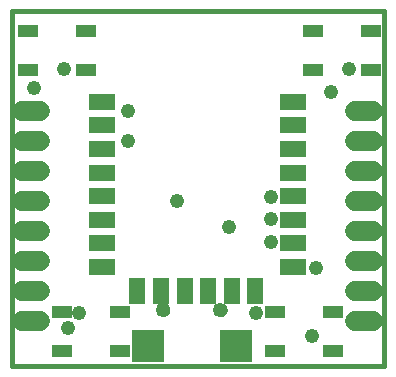
<source format=gts>
G75*
%MOIN*%
%OFA0B0*%
%FSLAX25Y25*%
%IPPOS*%
%LPD*%
%AMOC8*
5,1,8,0,0,1.08239X$1,22.5*
%
%ADD10C,0.01600*%
%ADD11R,0.08674X0.05524*%
%ADD12R,0.05524X0.08674*%
%ADD13R,0.10800X0.10800*%
%ADD14C,0.00000*%
%ADD15C,0.04934*%
%ADD16C,0.06800*%
%ADD17R,0.06706X0.04343*%
%ADD18C,0.04762*%
D10*
X0008250Y0005000D02*
X0008250Y0123110D01*
X0132266Y0123110D01*
X0132266Y0005000D01*
X0008250Y0005000D01*
D11*
X0038250Y0037874D03*
X0038250Y0045748D03*
X0038250Y0053622D03*
X0038250Y0061496D03*
X0038250Y0069370D03*
X0038250Y0077244D03*
X0038250Y0085118D03*
X0038250Y0092992D03*
X0102030Y0092992D03*
X0102030Y0085118D03*
X0102030Y0077244D03*
X0102030Y0069370D03*
X0102030Y0061496D03*
X0102030Y0053622D03*
X0102030Y0045748D03*
X0102030Y0037874D03*
D12*
X0089431Y0030000D03*
X0081557Y0030000D03*
X0073683Y0030000D03*
X0065809Y0030000D03*
X0057935Y0030000D03*
X0050061Y0030000D03*
D13*
X0053585Y0011693D03*
X0082915Y0011693D03*
D14*
X0075730Y0023622D02*
X0075732Y0023713D01*
X0075738Y0023803D01*
X0075748Y0023894D01*
X0075762Y0023983D01*
X0075780Y0024072D01*
X0075801Y0024161D01*
X0075827Y0024248D01*
X0075856Y0024334D01*
X0075890Y0024418D01*
X0075926Y0024501D01*
X0075967Y0024583D01*
X0076011Y0024662D01*
X0076058Y0024740D01*
X0076109Y0024815D01*
X0076163Y0024888D01*
X0076220Y0024958D01*
X0076280Y0025026D01*
X0076343Y0025092D01*
X0076409Y0025154D01*
X0076478Y0025213D01*
X0076549Y0025270D01*
X0076623Y0025323D01*
X0076699Y0025373D01*
X0076777Y0025420D01*
X0076857Y0025463D01*
X0076938Y0025502D01*
X0077022Y0025538D01*
X0077107Y0025570D01*
X0077193Y0025599D01*
X0077280Y0025623D01*
X0077369Y0025644D01*
X0077458Y0025661D01*
X0077548Y0025674D01*
X0077638Y0025683D01*
X0077729Y0025688D01*
X0077820Y0025689D01*
X0077910Y0025686D01*
X0078001Y0025679D01*
X0078091Y0025668D01*
X0078181Y0025653D01*
X0078270Y0025634D01*
X0078358Y0025612D01*
X0078444Y0025585D01*
X0078530Y0025555D01*
X0078614Y0025521D01*
X0078697Y0025483D01*
X0078778Y0025442D01*
X0078857Y0025397D01*
X0078934Y0025348D01*
X0079008Y0025297D01*
X0079081Y0025242D01*
X0079151Y0025184D01*
X0079218Y0025123D01*
X0079282Y0025059D01*
X0079344Y0024993D01*
X0079403Y0024923D01*
X0079458Y0024852D01*
X0079511Y0024777D01*
X0079560Y0024701D01*
X0079606Y0024623D01*
X0079648Y0024542D01*
X0079687Y0024460D01*
X0079722Y0024376D01*
X0079753Y0024291D01*
X0079780Y0024204D01*
X0079804Y0024117D01*
X0079824Y0024028D01*
X0079840Y0023939D01*
X0079852Y0023849D01*
X0079860Y0023758D01*
X0079864Y0023667D01*
X0079864Y0023577D01*
X0079860Y0023486D01*
X0079852Y0023395D01*
X0079840Y0023305D01*
X0079824Y0023216D01*
X0079804Y0023127D01*
X0079780Y0023040D01*
X0079753Y0022953D01*
X0079722Y0022868D01*
X0079687Y0022784D01*
X0079648Y0022702D01*
X0079606Y0022621D01*
X0079560Y0022543D01*
X0079511Y0022467D01*
X0079458Y0022392D01*
X0079403Y0022321D01*
X0079344Y0022251D01*
X0079282Y0022185D01*
X0079218Y0022121D01*
X0079151Y0022060D01*
X0079081Y0022002D01*
X0079008Y0021947D01*
X0078934Y0021896D01*
X0078857Y0021847D01*
X0078778Y0021802D01*
X0078697Y0021761D01*
X0078614Y0021723D01*
X0078530Y0021689D01*
X0078444Y0021659D01*
X0078358Y0021632D01*
X0078270Y0021610D01*
X0078181Y0021591D01*
X0078091Y0021576D01*
X0078001Y0021565D01*
X0077910Y0021558D01*
X0077820Y0021555D01*
X0077729Y0021556D01*
X0077638Y0021561D01*
X0077548Y0021570D01*
X0077458Y0021583D01*
X0077369Y0021600D01*
X0077280Y0021621D01*
X0077193Y0021645D01*
X0077107Y0021674D01*
X0077022Y0021706D01*
X0076938Y0021742D01*
X0076857Y0021781D01*
X0076777Y0021824D01*
X0076699Y0021871D01*
X0076623Y0021921D01*
X0076549Y0021974D01*
X0076478Y0022031D01*
X0076409Y0022090D01*
X0076343Y0022152D01*
X0076280Y0022218D01*
X0076220Y0022286D01*
X0076163Y0022356D01*
X0076109Y0022429D01*
X0076058Y0022504D01*
X0076011Y0022582D01*
X0075967Y0022661D01*
X0075926Y0022743D01*
X0075890Y0022826D01*
X0075856Y0022910D01*
X0075827Y0022996D01*
X0075801Y0023083D01*
X0075780Y0023172D01*
X0075762Y0023261D01*
X0075748Y0023350D01*
X0075738Y0023441D01*
X0075732Y0023531D01*
X0075730Y0023622D01*
X0056636Y0023622D02*
X0056638Y0023713D01*
X0056644Y0023803D01*
X0056654Y0023894D01*
X0056668Y0023983D01*
X0056686Y0024072D01*
X0056707Y0024161D01*
X0056733Y0024248D01*
X0056762Y0024334D01*
X0056796Y0024418D01*
X0056832Y0024501D01*
X0056873Y0024583D01*
X0056917Y0024662D01*
X0056964Y0024740D01*
X0057015Y0024815D01*
X0057069Y0024888D01*
X0057126Y0024958D01*
X0057186Y0025026D01*
X0057249Y0025092D01*
X0057315Y0025154D01*
X0057384Y0025213D01*
X0057455Y0025270D01*
X0057529Y0025323D01*
X0057605Y0025373D01*
X0057683Y0025420D01*
X0057763Y0025463D01*
X0057844Y0025502D01*
X0057928Y0025538D01*
X0058013Y0025570D01*
X0058099Y0025599D01*
X0058186Y0025623D01*
X0058275Y0025644D01*
X0058364Y0025661D01*
X0058454Y0025674D01*
X0058544Y0025683D01*
X0058635Y0025688D01*
X0058726Y0025689D01*
X0058816Y0025686D01*
X0058907Y0025679D01*
X0058997Y0025668D01*
X0059087Y0025653D01*
X0059176Y0025634D01*
X0059264Y0025612D01*
X0059350Y0025585D01*
X0059436Y0025555D01*
X0059520Y0025521D01*
X0059603Y0025483D01*
X0059684Y0025442D01*
X0059763Y0025397D01*
X0059840Y0025348D01*
X0059914Y0025297D01*
X0059987Y0025242D01*
X0060057Y0025184D01*
X0060124Y0025123D01*
X0060188Y0025059D01*
X0060250Y0024993D01*
X0060309Y0024923D01*
X0060364Y0024852D01*
X0060417Y0024777D01*
X0060466Y0024701D01*
X0060512Y0024623D01*
X0060554Y0024542D01*
X0060593Y0024460D01*
X0060628Y0024376D01*
X0060659Y0024291D01*
X0060686Y0024204D01*
X0060710Y0024117D01*
X0060730Y0024028D01*
X0060746Y0023939D01*
X0060758Y0023849D01*
X0060766Y0023758D01*
X0060770Y0023667D01*
X0060770Y0023577D01*
X0060766Y0023486D01*
X0060758Y0023395D01*
X0060746Y0023305D01*
X0060730Y0023216D01*
X0060710Y0023127D01*
X0060686Y0023040D01*
X0060659Y0022953D01*
X0060628Y0022868D01*
X0060593Y0022784D01*
X0060554Y0022702D01*
X0060512Y0022621D01*
X0060466Y0022543D01*
X0060417Y0022467D01*
X0060364Y0022392D01*
X0060309Y0022321D01*
X0060250Y0022251D01*
X0060188Y0022185D01*
X0060124Y0022121D01*
X0060057Y0022060D01*
X0059987Y0022002D01*
X0059914Y0021947D01*
X0059840Y0021896D01*
X0059763Y0021847D01*
X0059684Y0021802D01*
X0059603Y0021761D01*
X0059520Y0021723D01*
X0059436Y0021689D01*
X0059350Y0021659D01*
X0059264Y0021632D01*
X0059176Y0021610D01*
X0059087Y0021591D01*
X0058997Y0021576D01*
X0058907Y0021565D01*
X0058816Y0021558D01*
X0058726Y0021555D01*
X0058635Y0021556D01*
X0058544Y0021561D01*
X0058454Y0021570D01*
X0058364Y0021583D01*
X0058275Y0021600D01*
X0058186Y0021621D01*
X0058099Y0021645D01*
X0058013Y0021674D01*
X0057928Y0021706D01*
X0057844Y0021742D01*
X0057763Y0021781D01*
X0057683Y0021824D01*
X0057605Y0021871D01*
X0057529Y0021921D01*
X0057455Y0021974D01*
X0057384Y0022031D01*
X0057315Y0022090D01*
X0057249Y0022152D01*
X0057186Y0022218D01*
X0057126Y0022286D01*
X0057069Y0022356D01*
X0057015Y0022429D01*
X0056964Y0022504D01*
X0056917Y0022582D01*
X0056873Y0022661D01*
X0056832Y0022743D01*
X0056796Y0022826D01*
X0056762Y0022910D01*
X0056733Y0022996D01*
X0056707Y0023083D01*
X0056686Y0023172D01*
X0056668Y0023261D01*
X0056654Y0023350D01*
X0056644Y0023441D01*
X0056638Y0023531D01*
X0056636Y0023622D01*
D15*
X0058703Y0023622D03*
X0077797Y0023622D03*
D16*
X0122750Y0020000D02*
X0128750Y0020000D01*
X0128750Y0030000D02*
X0122750Y0030000D01*
X0122750Y0040000D02*
X0128750Y0040000D01*
X0128750Y0050000D02*
X0122750Y0050000D01*
X0122750Y0060000D02*
X0128750Y0060000D01*
X0128750Y0070000D02*
X0122750Y0070000D01*
X0122750Y0080000D02*
X0128750Y0080000D01*
X0128750Y0090000D02*
X0122750Y0090000D01*
X0017500Y0090000D02*
X0011500Y0090000D01*
X0011500Y0080000D02*
X0017500Y0080000D01*
X0017500Y0070000D02*
X0011500Y0070000D01*
X0011500Y0060000D02*
X0017500Y0060000D01*
X0017500Y0050000D02*
X0011500Y0050000D01*
X0011500Y0040000D02*
X0017500Y0040000D01*
X0017500Y0030000D02*
X0011500Y0030000D01*
X0011500Y0020000D02*
X0017500Y0020000D01*
D17*
X0024854Y0022746D03*
X0024854Y0009754D03*
X0044146Y0009754D03*
X0044146Y0022746D03*
X0096104Y0022746D03*
X0096104Y0009754D03*
X0115396Y0009754D03*
X0115396Y0022746D03*
X0108604Y0103504D03*
X0108604Y0116496D03*
X0127896Y0116496D03*
X0127896Y0103504D03*
X0032896Y0103504D03*
X0032896Y0116496D03*
X0013604Y0116496D03*
X0013604Y0103504D03*
D18*
X0015750Y0097500D03*
X0025750Y0103750D03*
X0047000Y0090000D03*
X0047000Y0080000D03*
X0063250Y0060000D03*
X0080750Y0051250D03*
X0094500Y0053750D03*
X0094500Y0046250D03*
X0109500Y0037500D03*
X0089500Y0022500D03*
X0108250Y0015000D03*
X0094500Y0061250D03*
X0114500Y0096250D03*
X0120750Y0103750D03*
X0030750Y0022500D03*
X0027000Y0017500D03*
M02*

</source>
